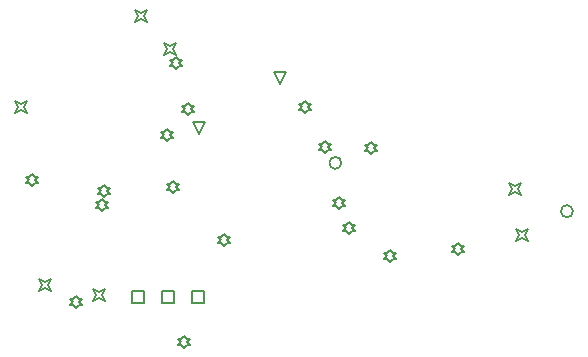
<source format=gbr>
G04*
G04 #@! TF.GenerationSoftware,Altium Limited,Altium Designer,25.8.1 (18)*
G04*
G04 Layer_Color=2752767*
%FSLAX44Y44*%
%MOMM*%
G71*
G04*
G04 #@! TF.SameCoordinates,DC2A109C-38F9-4662-A5C9-921089D2BF11*
G04*
G04*
G04 #@! TF.FilePolarity,Positive*
G04*
G01*
G75*
%ADD17C,0.1270*%
%ADD69C,0.1693*%
D17*
X-185058Y-98083D02*
Y-87923D01*
X-174898D01*
Y-98083D01*
X-185058D01*
X-159658D02*
Y-87923D01*
X-149498D01*
Y-98083D01*
X-159658D01*
X-134258D02*
Y-87923D01*
X-124098D01*
Y-98083D01*
X-134258D01*
X-128691Y44296D02*
X-133771Y54456D01*
X-123611D01*
X-128691Y44296D01*
X-156120Y38930D02*
X-153580Y41470D01*
X-151040D01*
X-153580Y44010D01*
X-151040Y46550D01*
X-153580D01*
X-156120Y49090D01*
X-158660Y46550D01*
X-161200D01*
X-158660Y44010D01*
X-161200Y41470D01*
X-158660D01*
X-156120Y38930D01*
X139343Y-45542D02*
X141883Y-40462D01*
X139343Y-35382D01*
X144423Y-37922D01*
X149503Y-35382D01*
X146963Y-40462D01*
X149503Y-45542D01*
X144423Y-43002D01*
X139343Y-45542D01*
X133730Y-6904D02*
X136270Y-1824D01*
X133730Y3256D01*
X138810Y716D01*
X143890Y3256D01*
X141350Y-1824D01*
X143890Y-6904D01*
X138810Y-4364D01*
X133730Y-6904D01*
X32790Y-63789D02*
X35330Y-61249D01*
X37870D01*
X35330Y-58709D01*
X37870Y-56169D01*
X35330D01*
X32790Y-53629D01*
X30250Y-56169D01*
X27710D01*
X30250Y-58709D01*
X27710Y-61249D01*
X30250D01*
X32790Y-63789D01*
X-148127Y99952D02*
X-145588Y102492D01*
X-143048D01*
X-145588Y105032D01*
X-143048Y107572D01*
X-145588D01*
X-148127Y110112D01*
X-150667Y107572D01*
X-153208D01*
X-150667Y105032D01*
X-153208Y102492D01*
X-150667D01*
X-148127Y99952D01*
X-138022Y60695D02*
X-135482Y63235D01*
X-132942D01*
X-135482Y65775D01*
X-132942Y68315D01*
X-135482D01*
X-138022Y70855D01*
X-140562Y68315D01*
X-143102D01*
X-140562Y65775D01*
X-143102Y63235D01*
X-140562D01*
X-138022Y60695D01*
X17316Y27930D02*
X19856Y30470D01*
X22396D01*
X19856Y33010D01*
X22396Y35550D01*
X19856D01*
X17316Y38090D01*
X14776Y35550D01*
X12236D01*
X14776Y33010D01*
X12236Y30470D01*
X14776D01*
X17316Y27930D01*
X-38882Y62196D02*
X-36342Y64736D01*
X-33802D01*
X-36342Y67276D01*
X-33802Y69816D01*
X-36342D01*
X-38882Y72356D01*
X-41422Y69816D01*
X-43962D01*
X-41422Y67276D01*
X-43962Y64736D01*
X-41422D01*
X-38882Y62196D01*
X-141077Y-136277D02*
X-138537Y-133737D01*
X-135997D01*
X-138537Y-131197D01*
X-135997Y-128657D01*
X-138537D01*
X-141077Y-126117D01*
X-143617Y-128657D01*
X-146157D01*
X-143617Y-131197D01*
X-146157Y-133737D01*
X-143617D01*
X-141077Y-136277D01*
X-157930Y111535D02*
X-155390Y116615D01*
X-157930Y121695D01*
X-152850Y119155D01*
X-147770Y121695D01*
X-150310Y116615D01*
X-147770Y111535D01*
X-152850Y114075D01*
X-157930Y111535D01*
X-183263Y139923D02*
X-180723Y145002D01*
X-183263Y150083D01*
X-178183Y147542D01*
X-173103Y150083D01*
X-175643Y145002D01*
X-173103Y139923D01*
X-178183Y142463D01*
X-183263Y139923D01*
X-150905Y-5008D02*
X-148365Y-2468D01*
X-145825D01*
X-148365Y72D01*
X-145825Y2612D01*
X-148365D01*
X-150905Y5152D01*
X-153445Y2612D01*
X-155985D01*
X-153445Y72D01*
X-155985Y-2468D01*
X-153445D01*
X-150905Y-5008D01*
X-21716Y28444D02*
X-19176Y30984D01*
X-16636D01*
X-19176Y33524D01*
X-16636Y36064D01*
X-19176D01*
X-21716Y38604D01*
X-24256Y36064D01*
X-26796D01*
X-24256Y33524D01*
X-26796Y30984D01*
X-24256D01*
X-21716Y28444D01*
X90588Y-57451D02*
X93128Y-54911D01*
X95668D01*
X93128Y-52371D01*
X95668Y-49831D01*
X93128D01*
X90588Y-47291D01*
X88048Y-49831D01*
X85508D01*
X88048Y-52371D01*
X85508Y-54911D01*
X88048D01*
X90588Y-57451D01*
X-232986Y-102844D02*
X-230446Y-100304D01*
X-227906D01*
X-230446Y-97764D01*
X-227906Y-95224D01*
X-230446D01*
X-232986Y-92684D01*
X-235526Y-95224D01*
X-238066D01*
X-235526Y-97764D01*
X-238066Y-100304D01*
X-235526D01*
X-232986Y-102844D01*
X-210887Y-20655D02*
X-208347Y-18115D01*
X-205807D01*
X-208347Y-15575D01*
X-205807Y-13035D01*
X-208347D01*
X-210887Y-10495D01*
X-213427Y-13035D01*
X-215967D01*
X-213427Y-15575D01*
X-215967Y-18115D01*
X-213427D01*
X-210887Y-20655D01*
X-107926Y-50428D02*
X-105386Y-47888D01*
X-102846D01*
X-105386Y-45348D01*
X-102846Y-42808D01*
X-105386D01*
X-107926Y-40268D01*
X-110466Y-42808D01*
X-113006D01*
X-110466Y-45348D01*
X-113006Y-47888D01*
X-110466D01*
X-107926Y-50428D01*
X-270422Y1047D02*
X-267882Y3587D01*
X-265342D01*
X-267882Y6127D01*
X-265342Y8667D01*
X-267882D01*
X-270422Y11207D01*
X-272962Y8667D01*
X-275502D01*
X-272962Y6127D01*
X-275502Y3587D01*
X-272962D01*
X-270422Y1047D01*
X-1534Y-40335D02*
X1006Y-37795D01*
X3546D01*
X1006Y-35255D01*
X3546Y-32715D01*
X1006D01*
X-1534Y-30175D01*
X-4074Y-32715D01*
X-6614D01*
X-4074Y-35255D01*
X-6614Y-37795D01*
X-4074D01*
X-1534Y-40335D01*
X-208979Y-8704D02*
X-206439Y-6164D01*
X-203899D01*
X-206439Y-3624D01*
X-203899Y-1084D01*
X-206439D01*
X-208979Y1456D01*
X-211519Y-1084D01*
X-214059D01*
X-211519Y-3624D01*
X-214059Y-6164D01*
X-211519D01*
X-208979Y-8704D01*
X-9946Y-18762D02*
X-7406Y-16222D01*
X-4866D01*
X-7406Y-13682D01*
X-4866Y-11142D01*
X-7406D01*
X-9946Y-8602D01*
X-12486Y-11142D01*
X-15026D01*
X-12486Y-13682D01*
X-15026Y-16222D01*
X-12486D01*
X-9946Y-18762D01*
X-60170Y87275D02*
X-65250Y97436D01*
X-55090D01*
X-60170Y87275D01*
X-284680Y62554D02*
X-282140Y67634D01*
X-284680Y72714D01*
X-279600Y70174D01*
X-274520Y72714D01*
X-277060Y67634D01*
X-274520Y62554D01*
X-279600Y65094D01*
X-284680Y62554D01*
X-218456Y-96733D02*
X-215916Y-91653D01*
X-218456Y-86573D01*
X-213376Y-89113D01*
X-208296Y-86573D01*
X-210836Y-91653D01*
X-208296Y-96733D01*
X-213376Y-94193D01*
X-218456Y-96733D01*
X-264072Y-88192D02*
X-261532Y-83112D01*
X-264072Y-78032D01*
X-258993Y-80572D01*
X-253913Y-78032D01*
X-256453Y-83112D01*
X-253913Y-88192D01*
X-258993Y-85652D01*
X-264072Y-88192D01*
D69*
X-8165Y20239D02*
G03*
X-8165Y20239I-5080J0D01*
G01*
X187899Y-20681D02*
G03*
X187899Y-20681I-5080J0D01*
G01*
M02*

</source>
